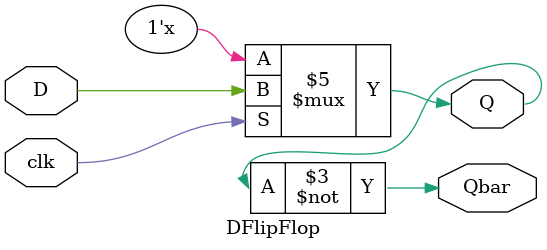
<source format=v>

module DFlipFlop(clk, D, Q, Qbar);

input clk; 
input D; // input to the D FlipFlop
output reg Q;
output Qbar; 

always@*
begin
if (clk == 1'b1)
Q <= D; // Assigning Q value to D
else 
Q <= Q; 

end

assign Qbar = ~Q; 

endmodule
</source>
